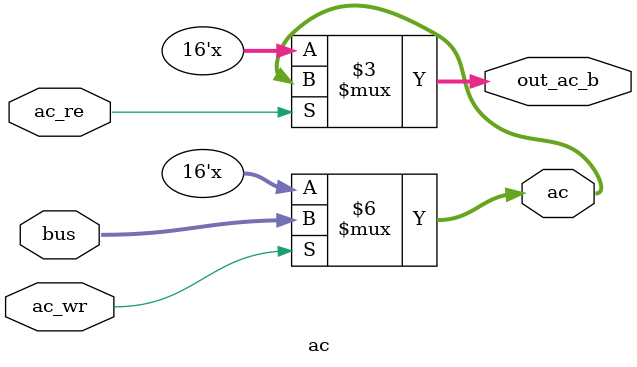
<source format=v>
module ac (out_ac_b, ac, ac_re, ac_wr, bus);
	output reg signed [15:0]out_ac_b;
	input ac_re, ac_wr;
	input signed [15:0]bus;
	output reg signed [15:0]ac;
	always @ (*)
	begin
		out_ac_b = 16'bZ;
		if (ac_wr) ac = bus;
		if (ac_re) out_ac_b = ac;
	end
endmodule

</source>
